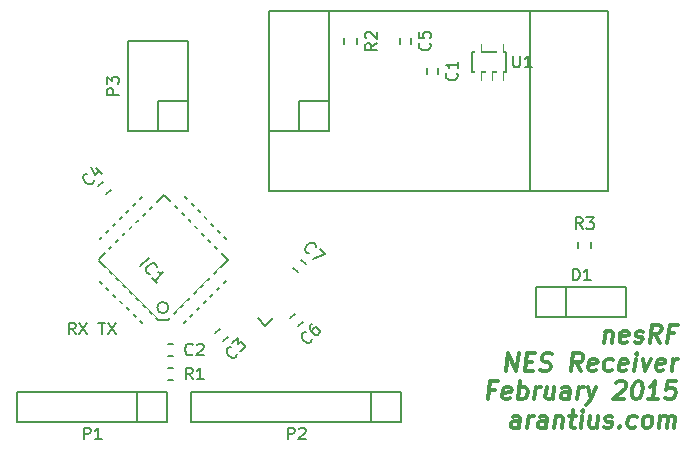
<source format=gto>
%FSLAX46Y46*%
G04 Gerber Fmt 4.6, Leading zero omitted, Abs format (unit mm)*
G04 Created by KiCad (PCBNEW (2014-10-27 BZR 5228)-product) date 2/21/2015 5:46:05 PM*
%MOMM*%
G01*
G04 APERTURE LIST*
%ADD10C,0.100000*%
%ADD11C,0.300000*%
%ADD12C,0.150000*%
%ADD13C,0.152400*%
%ADD14C,0.066040*%
%ADD15C,0.177800*%
%ADD16C,1.750000*%
%ADD17R,0.500000X0.600000*%
%ADD18R,0.600000X0.500000*%
%ADD19R,1.727200X2.032000*%
%ADD20O,1.727200X2.032000*%
%ADD21R,1.727200X1.727200*%
%ADD22O,1.727200X1.727200*%
%ADD23R,0.400000X0.600000*%
%ADD24R,0.600000X0.400000*%
%ADD25R,0.548640X1.198880*%
%ADD26C,1.727200*%
G04 APERTURE END LIST*
D10*
D11*
X52842715Y-28336571D02*
X52717715Y-29336571D01*
X52824857Y-28479429D02*
X52905214Y-28408000D01*
X53057001Y-28336571D01*
X53271286Y-28336571D01*
X53405214Y-28408000D01*
X53458786Y-28550857D01*
X53360572Y-29336571D01*
X54655214Y-29265143D02*
X54503429Y-29336571D01*
X54217715Y-29336571D01*
X54083786Y-29265143D01*
X54030214Y-29122286D01*
X54101643Y-28550857D01*
X54190929Y-28408000D01*
X54342715Y-28336571D01*
X54628429Y-28336571D01*
X54762357Y-28408000D01*
X54815929Y-28550857D01*
X54798072Y-28693714D01*
X54065929Y-28836571D01*
X55298071Y-29265143D02*
X55432000Y-29336571D01*
X55717715Y-29336571D01*
X55869500Y-29265143D01*
X55958785Y-29122286D01*
X55967714Y-29050857D01*
X55914143Y-28908000D01*
X55780215Y-28836571D01*
X55565929Y-28836571D01*
X55432000Y-28765143D01*
X55378428Y-28622286D01*
X55387357Y-28550857D01*
X55476643Y-28408000D01*
X55628429Y-28336571D01*
X55842715Y-28336571D01*
X55976643Y-28408000D01*
X57432001Y-29336571D02*
X57021286Y-28622286D01*
X56574858Y-29336571D02*
X56762358Y-27836571D01*
X57333786Y-27836571D01*
X57467715Y-27908000D01*
X57530214Y-27979429D01*
X57583786Y-28122286D01*
X57557001Y-28336571D01*
X57467714Y-28479429D01*
X57387358Y-28550857D01*
X57235571Y-28622286D01*
X56664143Y-28622286D01*
X58673072Y-28550857D02*
X58173072Y-28550857D01*
X58074858Y-29336571D02*
X58262358Y-27836571D01*
X58976644Y-27836571D01*
X44432002Y-31736571D02*
X44619502Y-30236571D01*
X45289145Y-31736571D01*
X45476645Y-30236571D01*
X46101645Y-30950857D02*
X46601645Y-30950857D01*
X46717717Y-31736571D02*
X46003431Y-31736571D01*
X46190931Y-30236571D01*
X46905217Y-30236571D01*
X47298073Y-31665143D02*
X47503431Y-31736571D01*
X47860574Y-31736571D01*
X48012359Y-31665143D01*
X48092717Y-31593714D01*
X48182002Y-31450857D01*
X48199859Y-31308000D01*
X48146288Y-31165143D01*
X48083788Y-31093714D01*
X47949859Y-31022286D01*
X47673074Y-30950857D01*
X47539144Y-30879429D01*
X47476645Y-30808000D01*
X47423073Y-30665143D01*
X47440930Y-30522286D01*
X47530216Y-30379429D01*
X47610573Y-30308000D01*
X47762360Y-30236571D01*
X48119502Y-30236571D01*
X48324859Y-30308000D01*
X50789145Y-31736571D02*
X50378430Y-31022286D01*
X49932002Y-31736571D02*
X50119502Y-30236571D01*
X50690930Y-30236571D01*
X50824859Y-30308000D01*
X50887358Y-30379429D01*
X50940930Y-30522286D01*
X50914145Y-30736571D01*
X50824858Y-30879429D01*
X50744502Y-30950857D01*
X50592715Y-31022286D01*
X50021287Y-31022286D01*
X52012358Y-31665143D02*
X51860573Y-31736571D01*
X51574859Y-31736571D01*
X51440930Y-31665143D01*
X51387358Y-31522286D01*
X51458787Y-30950857D01*
X51548073Y-30808000D01*
X51699859Y-30736571D01*
X51985573Y-30736571D01*
X52119501Y-30808000D01*
X52173073Y-30950857D01*
X52155216Y-31093714D01*
X51423073Y-31236571D01*
X53369501Y-31665143D02*
X53217716Y-31736571D01*
X52932002Y-31736571D01*
X52798072Y-31665143D01*
X52735573Y-31593714D01*
X52682001Y-31450857D01*
X52735572Y-31022286D01*
X52824858Y-30879429D01*
X52905215Y-30808000D01*
X53057002Y-30736571D01*
X53342716Y-30736571D01*
X53476644Y-30808000D01*
X54583786Y-31665143D02*
X54432001Y-31736571D01*
X54146287Y-31736571D01*
X54012358Y-31665143D01*
X53958786Y-31522286D01*
X54030215Y-30950857D01*
X54119501Y-30808000D01*
X54271287Y-30736571D01*
X54557001Y-30736571D01*
X54690929Y-30808000D01*
X54744501Y-30950857D01*
X54726644Y-31093714D01*
X53994501Y-31236571D01*
X55289144Y-31736571D02*
X55414144Y-30736571D01*
X55476644Y-30236571D02*
X55396286Y-30308000D01*
X55458786Y-30379429D01*
X55539143Y-30308000D01*
X55476644Y-30236571D01*
X55458786Y-30379429D01*
X55985573Y-30736571D02*
X56217716Y-31736571D01*
X56699858Y-30736571D01*
X57726643Y-31665143D02*
X57574858Y-31736571D01*
X57289144Y-31736571D01*
X57155215Y-31665143D01*
X57101643Y-31522286D01*
X57173072Y-30950857D01*
X57262358Y-30808000D01*
X57414144Y-30736571D01*
X57699858Y-30736571D01*
X57833786Y-30808000D01*
X57887358Y-30950857D01*
X57869501Y-31093714D01*
X57137358Y-31236571D01*
X58432001Y-31736571D02*
X58557001Y-30736571D01*
X58521286Y-31022286D02*
X58610571Y-30879429D01*
X58690929Y-30808000D01*
X58842715Y-30736571D01*
X58985572Y-30736571D01*
X43458789Y-33350857D02*
X42958789Y-33350857D01*
X42860575Y-34136571D02*
X43048075Y-32636571D01*
X43762361Y-32636571D01*
X44726645Y-34065143D02*
X44574860Y-34136571D01*
X44289146Y-34136571D01*
X44155217Y-34065143D01*
X44101645Y-33922286D01*
X44173074Y-33350857D01*
X44262360Y-33208000D01*
X44414146Y-33136571D01*
X44699860Y-33136571D01*
X44833788Y-33208000D01*
X44887360Y-33350857D01*
X44869503Y-33493714D01*
X44137360Y-33636571D01*
X45432003Y-34136571D02*
X45619503Y-32636571D01*
X45548074Y-33208000D02*
X45699860Y-33136571D01*
X45985574Y-33136571D01*
X46119502Y-33208000D01*
X46182002Y-33279429D01*
X46235574Y-33422286D01*
X46182003Y-33850857D01*
X46092717Y-33993714D01*
X46012359Y-34065143D01*
X45860574Y-34136571D01*
X45574860Y-34136571D01*
X45440931Y-34065143D01*
X46789146Y-34136571D02*
X46914146Y-33136571D01*
X46878431Y-33422286D02*
X46967716Y-33279429D01*
X47048074Y-33208000D01*
X47199860Y-33136571D01*
X47342717Y-33136571D01*
X48485574Y-33136571D02*
X48360574Y-34136571D01*
X47842717Y-33136571D02*
X47744502Y-33922286D01*
X47798073Y-34065143D01*
X47932003Y-34136571D01*
X48146288Y-34136571D01*
X48298073Y-34065143D01*
X48378431Y-33993714D01*
X49717717Y-34136571D02*
X49815931Y-33350857D01*
X49762359Y-33208000D01*
X49628431Y-33136571D01*
X49342717Y-33136571D01*
X49190931Y-33208000D01*
X49726645Y-34065143D02*
X49574860Y-34136571D01*
X49217717Y-34136571D01*
X49083788Y-34065143D01*
X49030216Y-33922286D01*
X49048073Y-33779429D01*
X49137360Y-33636571D01*
X49289145Y-33565143D01*
X49646288Y-33565143D01*
X49798074Y-33493714D01*
X50432003Y-34136571D02*
X50557003Y-33136571D01*
X50521288Y-33422286D02*
X50610573Y-33279429D01*
X50690931Y-33208000D01*
X50842717Y-33136571D01*
X50985574Y-33136571D01*
X51342717Y-33136571D02*
X51574860Y-34136571D01*
X52057002Y-33136571D02*
X51574860Y-34136571D01*
X51387359Y-34493714D01*
X51307002Y-34565143D01*
X51155217Y-34636571D01*
X53744501Y-32779429D02*
X53824859Y-32708000D01*
X53976645Y-32636571D01*
X54333788Y-32636571D01*
X54467716Y-32708000D01*
X54530216Y-32779429D01*
X54583787Y-32922286D01*
X54565930Y-33065143D01*
X54467716Y-33279429D01*
X53503431Y-34136571D01*
X54432002Y-34136571D01*
X55548073Y-32636571D02*
X55690930Y-32636571D01*
X55824858Y-32708000D01*
X55887358Y-32779429D01*
X55940930Y-32922286D01*
X55976644Y-33208000D01*
X55932001Y-33565143D01*
X55824859Y-33850857D01*
X55735573Y-33993714D01*
X55655215Y-34065143D01*
X55503430Y-34136571D01*
X55360573Y-34136571D01*
X55226644Y-34065143D01*
X55164144Y-33993714D01*
X55110573Y-33850857D01*
X55074858Y-33565143D01*
X55119501Y-33208000D01*
X55226644Y-32922286D01*
X55315929Y-32779429D01*
X55396287Y-32708000D01*
X55548073Y-32636571D01*
X57289144Y-34136571D02*
X56432001Y-34136571D01*
X56860573Y-34136571D02*
X57048073Y-32636571D01*
X56878430Y-32850857D01*
X56717715Y-32993714D01*
X56565929Y-33065143D01*
X58833787Y-32636571D02*
X58119501Y-32636571D01*
X57958786Y-33350857D01*
X58039143Y-33279429D01*
X58190929Y-33208000D01*
X58548072Y-33208000D01*
X58682000Y-33279429D01*
X58744501Y-33350857D01*
X58798072Y-33493714D01*
X58753429Y-33850857D01*
X58664144Y-33993714D01*
X58583786Y-34065143D01*
X58432001Y-34136571D01*
X58074858Y-34136571D01*
X57940929Y-34065143D01*
X57878429Y-33993714D01*
X45503428Y-36536571D02*
X45601642Y-35750857D01*
X45548070Y-35608000D01*
X45414142Y-35536571D01*
X45128428Y-35536571D01*
X44976642Y-35608000D01*
X45512356Y-36465143D02*
X45360571Y-36536571D01*
X45003428Y-36536571D01*
X44869499Y-36465143D01*
X44815927Y-36322286D01*
X44833784Y-36179429D01*
X44923071Y-36036571D01*
X45074856Y-35965143D01*
X45431999Y-35965143D01*
X45583785Y-35893714D01*
X46217714Y-36536571D02*
X46342714Y-35536571D01*
X46306999Y-35822286D02*
X46396284Y-35679429D01*
X46476642Y-35608000D01*
X46628428Y-35536571D01*
X46771285Y-35536571D01*
X47789142Y-36536571D02*
X47887356Y-35750857D01*
X47833784Y-35608000D01*
X47699856Y-35536571D01*
X47414142Y-35536571D01*
X47262356Y-35608000D01*
X47798070Y-36465143D02*
X47646285Y-36536571D01*
X47289142Y-36536571D01*
X47155213Y-36465143D01*
X47101641Y-36322286D01*
X47119498Y-36179429D01*
X47208785Y-36036571D01*
X47360570Y-35965143D01*
X47717713Y-35965143D01*
X47869499Y-35893714D01*
X48628428Y-35536571D02*
X48503428Y-36536571D01*
X48610570Y-35679429D02*
X48690927Y-35608000D01*
X48842714Y-35536571D01*
X49056999Y-35536571D01*
X49190927Y-35608000D01*
X49244499Y-35750857D01*
X49146285Y-36536571D01*
X49771285Y-35536571D02*
X50342714Y-35536571D01*
X50048071Y-35036571D02*
X49887356Y-36322286D01*
X49940927Y-36465143D01*
X50074857Y-36536571D01*
X50217714Y-36536571D01*
X50717714Y-36536571D02*
X50842714Y-35536571D01*
X50905214Y-35036571D02*
X50824856Y-35108000D01*
X50887356Y-35179429D01*
X50967713Y-35108000D01*
X50905214Y-35036571D01*
X50887356Y-35179429D01*
X52199857Y-35536571D02*
X52074857Y-36536571D01*
X51557000Y-35536571D02*
X51458785Y-36322286D01*
X51512356Y-36465143D01*
X51646286Y-36536571D01*
X51860571Y-36536571D01*
X52012356Y-36465143D01*
X52092714Y-36393714D01*
X52726642Y-36465143D02*
X52860571Y-36536571D01*
X53146286Y-36536571D01*
X53298071Y-36465143D01*
X53387356Y-36322286D01*
X53396285Y-36250857D01*
X53342714Y-36108000D01*
X53208786Y-36036571D01*
X52994500Y-36036571D01*
X52860571Y-35965143D01*
X52806999Y-35822286D01*
X52815928Y-35750857D01*
X52905214Y-35608000D01*
X53057000Y-35536571D01*
X53271286Y-35536571D01*
X53405214Y-35608000D01*
X54021286Y-36393714D02*
X54083785Y-36465143D01*
X54003429Y-36536571D01*
X53940928Y-36465143D01*
X54021286Y-36393714D01*
X54003429Y-36536571D01*
X55369500Y-36465143D02*
X55217715Y-36536571D01*
X54932001Y-36536571D01*
X54798071Y-36465143D01*
X54735572Y-36393714D01*
X54682000Y-36250857D01*
X54735571Y-35822286D01*
X54824857Y-35679429D01*
X54905214Y-35608000D01*
X55057001Y-35536571D01*
X55342715Y-35536571D01*
X55476643Y-35608000D01*
X56217715Y-36536571D02*
X56083785Y-36465143D01*
X56021286Y-36393714D01*
X55967714Y-36250857D01*
X56021285Y-35822286D01*
X56110571Y-35679429D01*
X56190928Y-35608000D01*
X56342715Y-35536571D01*
X56557000Y-35536571D01*
X56690928Y-35608000D01*
X56753428Y-35679429D01*
X56807000Y-35822286D01*
X56753429Y-36250857D01*
X56664143Y-36393714D01*
X56583785Y-36465143D01*
X56432000Y-36536571D01*
X56217715Y-36536571D01*
X57360572Y-36536571D02*
X57485572Y-35536571D01*
X57467714Y-35679429D02*
X57548071Y-35608000D01*
X57699858Y-35536571D01*
X57914143Y-35536571D01*
X58048071Y-35608000D01*
X58101643Y-35750857D01*
X58003429Y-36536571D01*
X58101643Y-35750857D02*
X58190929Y-35608000D01*
X58342715Y-35536571D01*
X58557000Y-35536571D01*
X58690929Y-35608000D01*
X58744500Y-35750857D01*
X58646286Y-36536571D01*
D12*
X38638500Y-6600000D02*
X38638500Y-6100000D01*
X37688500Y-6100000D02*
X37688500Y-6600000D01*
X16252000Y-29497000D02*
X15752000Y-29497000D01*
X15752000Y-30447000D02*
X16252000Y-30447000D01*
X20479099Y-29214652D02*
X20832652Y-28861099D01*
X20160901Y-28189348D02*
X19807348Y-28542901D01*
X10573099Y-16768652D02*
X10926652Y-16415099D01*
X10254901Y-15743348D02*
X9901348Y-16096901D01*
X36352500Y-4060000D02*
X36352500Y-3560000D01*
X35402500Y-3560000D02*
X35402500Y-4060000D01*
X26829099Y-27944652D02*
X27182652Y-27591099D01*
X26510901Y-26919348D02*
X26157348Y-27272901D01*
X26411348Y-23019099D02*
X26764901Y-23372652D01*
X27436652Y-22700901D02*
X27083099Y-22347348D01*
X49530000Y-27178000D02*
X54610000Y-27178000D01*
X54610000Y-27178000D02*
X54610000Y-24638000D01*
X54610000Y-24638000D02*
X49530000Y-24638000D01*
X46990000Y-24638000D02*
X49530000Y-24638000D01*
X49530000Y-24638000D02*
X49530000Y-27178000D01*
X46990000Y-24638000D02*
X46990000Y-27178000D01*
X46990000Y-27178000D02*
X49530000Y-27178000D01*
D13*
X13768514Y-16838123D02*
X14576737Y-17646346D01*
X9853123Y-20753514D02*
X10643385Y-21543777D01*
X13768514Y-16838123D02*
X9853123Y-20753514D01*
X16193184Y-17574504D02*
X16965486Y-16802202D01*
X20180417Y-21525816D02*
X20934759Y-20771475D01*
X20952719Y-20789435D02*
X16983446Y-16784241D01*
X13786475Y-27883838D02*
X9871083Y-24004367D01*
X15798052Y-27416864D02*
X20880877Y-22334039D01*
X9871083Y-23968446D02*
X10607464Y-23232065D01*
X14917987Y-27398904D02*
X9924965Y-22405882D01*
X15420882Y-16838123D02*
X9960886Y-22298118D01*
X20898838Y-22316079D02*
X15510684Y-16927925D01*
X16911604Y-27919759D02*
X20898838Y-23932525D01*
X20898838Y-23932525D02*
X20090615Y-23124302D01*
X15772908Y-27427641D02*
X14946724Y-27427641D01*
X16908012Y-27916167D02*
X16096197Y-27104352D01*
X14594698Y-27075615D02*
X13782883Y-27887430D01*
X15831878Y-26382339D02*
G75*
G03X15831878Y-26382339I-479246J0D01*
G01*
D12*
X13208000Y-36068000D02*
X3048000Y-36068000D01*
X3048000Y-36068000D02*
X3048000Y-33528000D01*
X3048000Y-33528000D02*
X13208000Y-33528000D01*
X15748000Y-36068000D02*
X13208000Y-36068000D01*
X13208000Y-36068000D02*
X13208000Y-33528000D01*
X15748000Y-36068000D02*
X15748000Y-33528000D01*
X15748000Y-33528000D02*
X13208000Y-33528000D01*
X33020000Y-36068000D02*
X17780000Y-36068000D01*
X17780000Y-36068000D02*
X17780000Y-33528000D01*
X17780000Y-33528000D02*
X33020000Y-33528000D01*
X35560000Y-36068000D02*
X33020000Y-36068000D01*
X33020000Y-36068000D02*
X33020000Y-33528000D01*
X35560000Y-36068000D02*
X35560000Y-33528000D01*
X35560000Y-33528000D02*
X33020000Y-33528000D01*
X14986000Y-11430000D02*
X14986000Y-8890000D01*
X14986000Y-8890000D02*
X17526000Y-8890000D01*
X17526000Y-11430000D02*
X17526000Y-3810000D01*
X17526000Y-3810000D02*
X12446000Y-3810000D01*
X12446000Y-3810000D02*
X12446000Y-8890000D01*
X17526000Y-11430000D02*
X14986000Y-11430000D01*
X12446000Y-11430000D02*
X14986000Y-11430000D01*
X12446000Y-8890000D02*
X12446000Y-11430000D01*
X16252000Y-31479000D02*
X15752000Y-31479000D01*
X15752000Y-32529000D02*
X16252000Y-32529000D01*
X31767000Y-4060000D02*
X31767000Y-3560000D01*
X30717000Y-3560000D02*
X30717000Y-4060000D01*
X50529000Y-20832000D02*
X50529000Y-21332000D01*
X51579000Y-21332000D02*
X51579000Y-20832000D01*
D14*
X41790620Y-7086600D02*
X42291000Y-7086600D01*
X42291000Y-7086600D02*
X42291000Y-6436360D01*
X41790620Y-6436360D02*
X42291000Y-6436360D01*
X41790620Y-7086600D02*
X41790620Y-6436360D01*
X42740580Y-7086600D02*
X43238420Y-7086600D01*
X43238420Y-7086600D02*
X43238420Y-6436360D01*
X42740580Y-6436360D02*
X43238420Y-6436360D01*
X42740580Y-7086600D02*
X42740580Y-6436360D01*
X43688000Y-7086600D02*
X44188380Y-7086600D01*
X44188380Y-7086600D02*
X44188380Y-6436360D01*
X43688000Y-6436360D02*
X44188380Y-6436360D01*
X43688000Y-7086600D02*
X43688000Y-6436360D01*
X43688000Y-4739640D02*
X44188380Y-4739640D01*
X44188380Y-4739640D02*
X44188380Y-4089400D01*
X43688000Y-4089400D02*
X44188380Y-4089400D01*
X43688000Y-4739640D02*
X43688000Y-4089400D01*
X41790620Y-4739640D02*
X42291000Y-4739640D01*
X42291000Y-4739640D02*
X42291000Y-4089400D01*
X41790620Y-4089400D02*
X42291000Y-4089400D01*
X41790620Y-4739640D02*
X41790620Y-4089400D01*
D15*
X44411900Y-4777740D02*
X44411900Y-6398260D01*
X44411900Y-6398260D02*
X41567100Y-6398260D01*
X41567100Y-6398260D02*
X41567100Y-4777740D01*
X41567100Y-4777740D02*
X44411900Y-4777740D01*
X42468800Y-4777740D02*
X43510200Y-4777740D01*
X42562780Y-6398260D02*
X42468800Y-6398260D01*
X43510200Y-6398260D02*
X43416220Y-6398260D01*
X41663620Y-6398260D02*
X41567100Y-6398260D01*
X44411900Y-6398260D02*
X44315380Y-6398260D01*
X44315380Y-4777740D02*
X44411900Y-4777740D01*
X41567100Y-4777740D02*
X41663620Y-4777740D01*
D12*
X24666843Y-27267320D02*
X24030447Y-27903716D01*
X23394051Y-27267320D02*
X24030447Y-27903716D01*
X46482000Y-1270000D02*
X46482000Y-16510000D01*
X24384000Y-16510000D02*
X53086000Y-16510000D01*
X53086000Y-16510000D02*
X53086000Y-1270000D01*
X53086000Y-1270000D02*
X29464000Y-1270000D01*
X24384000Y-11430000D02*
X24384000Y-16510000D01*
X29464000Y-8890000D02*
X29464000Y-1270000D01*
X29464000Y-1270000D02*
X24384000Y-1270000D01*
X24384000Y-1270000D02*
X24384000Y-11430000D01*
X24384000Y-11430000D02*
X26924000Y-11430000D01*
X29464000Y-11430000D02*
X29464000Y-8890000D01*
X26924000Y-11430000D02*
X26924000Y-8890000D01*
X26924000Y-8890000D02*
X29464000Y-8890000D01*
X29464000Y-11430000D02*
X26924000Y-11430000D01*
X7961334Y-28646381D02*
X7628000Y-28170190D01*
X7389905Y-28646381D02*
X7389905Y-27646381D01*
X7770858Y-27646381D01*
X7866096Y-27694000D01*
X7913715Y-27741619D01*
X7961334Y-27836857D01*
X7961334Y-27979714D01*
X7913715Y-28074952D01*
X7866096Y-28122571D01*
X7770858Y-28170190D01*
X7389905Y-28170190D01*
X8294667Y-27646381D02*
X8961334Y-28646381D01*
X8961334Y-27646381D02*
X8294667Y-28646381D01*
X40220643Y-6516666D02*
X40268262Y-6564285D01*
X40315881Y-6707142D01*
X40315881Y-6802380D01*
X40268262Y-6945238D01*
X40173024Y-7040476D01*
X40077786Y-7088095D01*
X39887310Y-7135714D01*
X39744452Y-7135714D01*
X39553976Y-7088095D01*
X39458738Y-7040476D01*
X39363500Y-6945238D01*
X39315881Y-6802380D01*
X39315881Y-6707142D01*
X39363500Y-6564285D01*
X39411119Y-6516666D01*
X40315881Y-5564285D02*
X40315881Y-6135714D01*
X40315881Y-5850000D02*
X39315881Y-5850000D01*
X39458738Y-5945238D01*
X39553976Y-6040476D01*
X39601595Y-6135714D01*
X17867334Y-30329143D02*
X17819715Y-30376762D01*
X17676858Y-30424381D01*
X17581620Y-30424381D01*
X17438762Y-30376762D01*
X17343524Y-30281524D01*
X17295905Y-30186286D01*
X17248286Y-29995810D01*
X17248286Y-29852952D01*
X17295905Y-29662476D01*
X17343524Y-29567238D01*
X17438762Y-29472000D01*
X17581620Y-29424381D01*
X17676858Y-29424381D01*
X17819715Y-29472000D01*
X17867334Y-29519619D01*
X18248286Y-29519619D02*
X18295905Y-29472000D01*
X18391143Y-29424381D01*
X18629239Y-29424381D01*
X18724477Y-29472000D01*
X18772096Y-29519619D01*
X18819715Y-29614857D01*
X18819715Y-29710095D01*
X18772096Y-29852952D01*
X18200667Y-30424381D01*
X18819715Y-30424381D01*
X21656770Y-30274471D02*
X21656770Y-30341814D01*
X21589426Y-30476501D01*
X21522083Y-30543845D01*
X21387395Y-30611189D01*
X21252708Y-30611189D01*
X21151693Y-30577517D01*
X20983335Y-30476502D01*
X20882319Y-30375486D01*
X20781304Y-30207127D01*
X20747632Y-30106112D01*
X20747632Y-29971425D01*
X20814976Y-29836738D01*
X20882319Y-29769394D01*
X21017006Y-29702051D01*
X21084350Y-29702051D01*
X21252708Y-29399006D02*
X21690441Y-28961272D01*
X21724112Y-29466349D01*
X21825128Y-29365333D01*
X21926143Y-29331661D01*
X21993487Y-29331661D01*
X22094503Y-29365334D01*
X22262861Y-29533692D01*
X22296533Y-29634708D01*
X22296533Y-29702051D01*
X22262861Y-29803066D01*
X22060830Y-30005097D01*
X21959815Y-30038769D01*
X21892472Y-30038769D01*
X9532688Y-15610389D02*
X9532688Y-15677732D01*
X9465344Y-15812419D01*
X9398001Y-15879763D01*
X9263313Y-15947107D01*
X9128626Y-15947107D01*
X9027611Y-15913435D01*
X8859253Y-15812420D01*
X8758237Y-15711404D01*
X8657222Y-15543045D01*
X8623550Y-15442030D01*
X8623550Y-15307343D01*
X8690894Y-15172656D01*
X8758237Y-15105312D01*
X8892924Y-15037969D01*
X8960268Y-15037969D01*
X9734718Y-14600236D02*
X10206123Y-15071641D01*
X9296985Y-14499222D02*
X9633703Y-15172657D01*
X10071436Y-14734924D01*
X37934643Y-3976666D02*
X37982262Y-4024285D01*
X38029881Y-4167142D01*
X38029881Y-4262380D01*
X37982262Y-4405238D01*
X37887024Y-4500476D01*
X37791786Y-4548095D01*
X37601310Y-4595714D01*
X37458452Y-4595714D01*
X37267976Y-4548095D01*
X37172738Y-4500476D01*
X37077500Y-4405238D01*
X37029881Y-4262380D01*
X37029881Y-4167142D01*
X37077500Y-4024285D01*
X37125119Y-3976666D01*
X37029881Y-3071904D02*
X37029881Y-3548095D01*
X37506071Y-3595714D01*
X37458452Y-3548095D01*
X37410833Y-3452857D01*
X37410833Y-3214761D01*
X37458452Y-3119523D01*
X37506071Y-3071904D01*
X37601310Y-3024285D01*
X37839405Y-3024285D01*
X37934643Y-3071904D01*
X37982262Y-3119523D01*
X38029881Y-3214761D01*
X38029881Y-3452857D01*
X37982262Y-3548095D01*
X37934643Y-3595714D01*
X28006770Y-29004471D02*
X28006770Y-29071814D01*
X27939426Y-29206501D01*
X27872083Y-29273845D01*
X27737395Y-29341189D01*
X27602708Y-29341189D01*
X27501693Y-29307517D01*
X27333335Y-29206502D01*
X27232319Y-29105486D01*
X27131304Y-28937127D01*
X27097632Y-28836112D01*
X27097632Y-28701425D01*
X27164976Y-28566738D01*
X27232319Y-28499394D01*
X27367006Y-28432051D01*
X27434350Y-28432051D01*
X27973098Y-27758616D02*
X27838410Y-27893304D01*
X27804739Y-27994319D01*
X27804739Y-28061662D01*
X27838410Y-28230021D01*
X27939425Y-28398379D01*
X28208800Y-28667754D01*
X28309815Y-28701425D01*
X28377158Y-28701425D01*
X28478174Y-28667754D01*
X28612861Y-28533066D01*
X28646533Y-28432051D01*
X28646533Y-28364708D01*
X28612861Y-28263692D01*
X28444503Y-28095334D01*
X28343487Y-28061661D01*
X28276143Y-28061661D01*
X28175128Y-28095333D01*
X28040441Y-28230021D01*
X28006769Y-28331036D01*
X28006769Y-28398379D01*
X28040441Y-28499395D01*
X27755693Y-21792606D02*
X27688350Y-21792606D01*
X27553663Y-21725262D01*
X27486319Y-21657919D01*
X27418975Y-21523231D01*
X27418975Y-21388544D01*
X27452647Y-21287529D01*
X27553662Y-21119171D01*
X27654678Y-21018155D01*
X27823037Y-20917140D01*
X27924052Y-20883468D01*
X28058739Y-20883468D01*
X28193426Y-20950812D01*
X28260770Y-21018155D01*
X28328113Y-21152842D01*
X28328113Y-21220186D01*
X28631158Y-21388544D02*
X29102563Y-21859949D01*
X28092410Y-22264010D01*
X50061905Y-24074381D02*
X50061905Y-23074381D01*
X50300000Y-23074381D01*
X50442858Y-23122000D01*
X50538096Y-23217238D01*
X50585715Y-23312476D01*
X50633334Y-23502952D01*
X50633334Y-23645810D01*
X50585715Y-23836286D01*
X50538096Y-23931524D01*
X50442858Y-24026762D01*
X50300000Y-24074381D01*
X50061905Y-24074381D01*
X51585715Y-24074381D02*
X51014286Y-24074381D01*
X51300000Y-24074381D02*
X51300000Y-23074381D01*
X51204762Y-23217238D01*
X51109524Y-23312476D01*
X51014286Y-23360095D01*
X13458822Y-22879637D02*
X14165929Y-22172530D01*
X14266944Y-23553072D02*
X14199600Y-23553072D01*
X14064913Y-23485729D01*
X13997570Y-23418385D01*
X13930226Y-23283698D01*
X13930226Y-23149011D01*
X13963898Y-23047996D01*
X14064913Y-22879637D01*
X14165929Y-22778621D01*
X14334287Y-22677606D01*
X14435302Y-22643934D01*
X14569989Y-22643934D01*
X14704677Y-22711279D01*
X14772020Y-22778622D01*
X14839364Y-22913309D01*
X14839364Y-22980652D01*
X14873035Y-24293851D02*
X14468974Y-23889789D01*
X14671004Y-24091820D02*
X15378111Y-23384713D01*
X15209752Y-23418385D01*
X15075066Y-23418385D01*
X14974050Y-23384713D01*
X8659905Y-37536381D02*
X8659905Y-36536381D01*
X9040858Y-36536381D01*
X9136096Y-36584000D01*
X9183715Y-36631619D01*
X9231334Y-36726857D01*
X9231334Y-36869714D01*
X9183715Y-36964952D01*
X9136096Y-37012571D01*
X9040858Y-37060190D01*
X8659905Y-37060190D01*
X10183715Y-37536381D02*
X9612286Y-37536381D01*
X9898000Y-37536381D02*
X9898000Y-36536381D01*
X9802762Y-36679238D01*
X9707524Y-36774476D01*
X9612286Y-36822095D01*
X25931905Y-37536381D02*
X25931905Y-36536381D01*
X26312858Y-36536381D01*
X26408096Y-36584000D01*
X26455715Y-36631619D01*
X26503334Y-36726857D01*
X26503334Y-36869714D01*
X26455715Y-36964952D01*
X26408096Y-37012571D01*
X26312858Y-37060190D01*
X25931905Y-37060190D01*
X26884286Y-36631619D02*
X26931905Y-36584000D01*
X27027143Y-36536381D01*
X27265239Y-36536381D01*
X27360477Y-36584000D01*
X27408096Y-36631619D01*
X27455715Y-36726857D01*
X27455715Y-36822095D01*
X27408096Y-36964952D01*
X26836667Y-37536381D01*
X27455715Y-37536381D01*
X11628381Y-8358095D02*
X10628381Y-8358095D01*
X10628381Y-7977142D01*
X10676000Y-7881904D01*
X10723619Y-7834285D01*
X10818857Y-7786666D01*
X10961714Y-7786666D01*
X11056952Y-7834285D01*
X11104571Y-7881904D01*
X11152190Y-7977142D01*
X11152190Y-8358095D01*
X10628381Y-7453333D02*
X10628381Y-6834285D01*
X11009333Y-7167619D01*
X11009333Y-7024761D01*
X11056952Y-6929523D01*
X11104571Y-6881904D01*
X11199810Y-6834285D01*
X11437905Y-6834285D01*
X11533143Y-6881904D01*
X11580762Y-6929523D01*
X11628381Y-7024761D01*
X11628381Y-7310476D01*
X11580762Y-7405714D01*
X11533143Y-7453333D01*
X17867334Y-32456381D02*
X17534000Y-31980190D01*
X17295905Y-32456381D02*
X17295905Y-31456381D01*
X17676858Y-31456381D01*
X17772096Y-31504000D01*
X17819715Y-31551619D01*
X17867334Y-31646857D01*
X17867334Y-31789714D01*
X17819715Y-31884952D01*
X17772096Y-31932571D01*
X17676858Y-31980190D01*
X17295905Y-31980190D01*
X18819715Y-32456381D02*
X18248286Y-32456381D01*
X18534000Y-32456381D02*
X18534000Y-31456381D01*
X18438762Y-31599238D01*
X18343524Y-31694476D01*
X18248286Y-31742095D01*
X33494381Y-3976666D02*
X33018190Y-4310000D01*
X33494381Y-4548095D02*
X32494381Y-4548095D01*
X32494381Y-4167142D01*
X32542000Y-4071904D01*
X32589619Y-4024285D01*
X32684857Y-3976666D01*
X32827714Y-3976666D01*
X32922952Y-4024285D01*
X32970571Y-4071904D01*
X33018190Y-4167142D01*
X33018190Y-4548095D01*
X32589619Y-3595714D02*
X32542000Y-3548095D01*
X32494381Y-3452857D01*
X32494381Y-3214761D01*
X32542000Y-3119523D01*
X32589619Y-3071904D01*
X32684857Y-3024285D01*
X32780095Y-3024285D01*
X32922952Y-3071904D01*
X33494381Y-3643333D01*
X33494381Y-3024285D01*
X50887334Y-19734381D02*
X50554000Y-19258190D01*
X50315905Y-19734381D02*
X50315905Y-18734381D01*
X50696858Y-18734381D01*
X50792096Y-18782000D01*
X50839715Y-18829619D01*
X50887334Y-18924857D01*
X50887334Y-19067714D01*
X50839715Y-19162952D01*
X50792096Y-19210571D01*
X50696858Y-19258190D01*
X50315905Y-19258190D01*
X51220667Y-18734381D02*
X51839715Y-18734381D01*
X51506381Y-19115333D01*
X51649239Y-19115333D01*
X51744477Y-19162952D01*
X51792096Y-19210571D01*
X51839715Y-19305810D01*
X51839715Y-19543905D01*
X51792096Y-19639143D01*
X51744477Y-19686762D01*
X51649239Y-19734381D01*
X51363524Y-19734381D01*
X51268286Y-19686762D01*
X51220667Y-19639143D01*
X45021595Y-5040381D02*
X45021595Y-5849905D01*
X45069214Y-5945143D01*
X45116833Y-5992762D01*
X45212071Y-6040381D01*
X45402548Y-6040381D01*
X45497786Y-5992762D01*
X45545405Y-5945143D01*
X45593024Y-5849905D01*
X45593024Y-5040381D01*
X46593024Y-6040381D02*
X46021595Y-6040381D01*
X46307309Y-6040381D02*
X46307309Y-5040381D01*
X46212071Y-5183238D01*
X46116833Y-5278476D01*
X46021595Y-5326095D01*
X9906095Y-27646381D02*
X10477524Y-27646381D01*
X10191809Y-28646381D02*
X10191809Y-27646381D01*
X10715619Y-27646381D02*
X11382286Y-28646381D01*
X11382286Y-27646381D02*
X10715619Y-28646381D01*
%LPC*%
D16*
X8255000Y-30480000D03*
D17*
X38163500Y-5800000D03*
X38163500Y-6900000D03*
D18*
X15452000Y-29972000D03*
X16552000Y-29972000D03*
D10*
G36*
X20744264Y-27924182D02*
X21097818Y-28277736D01*
X20673554Y-28702000D01*
X20320000Y-28348446D01*
X20744264Y-27924182D01*
X20744264Y-27924182D01*
G37*
G36*
X19966446Y-28702000D02*
X20320000Y-29055554D01*
X19895736Y-29479818D01*
X19542182Y-29126264D01*
X19966446Y-28702000D01*
X19966446Y-28702000D01*
G37*
G36*
X10838264Y-15478182D02*
X11191818Y-15831736D01*
X10767554Y-16256000D01*
X10414000Y-15902446D01*
X10838264Y-15478182D01*
X10838264Y-15478182D01*
G37*
G36*
X10060446Y-16256000D02*
X10414000Y-16609554D01*
X9989736Y-17033818D01*
X9636182Y-16680264D01*
X10060446Y-16256000D01*
X10060446Y-16256000D01*
G37*
D17*
X35877500Y-3260000D03*
X35877500Y-4360000D03*
D10*
G36*
X27094264Y-26654182D02*
X27447818Y-27007736D01*
X27023554Y-27432000D01*
X26670000Y-27078446D01*
X27094264Y-26654182D01*
X27094264Y-26654182D01*
G37*
G36*
X26316446Y-27432000D02*
X26670000Y-27785554D01*
X26245736Y-28209818D01*
X25892182Y-27856264D01*
X26316446Y-27432000D01*
X26316446Y-27432000D01*
G37*
G36*
X27701818Y-23284264D02*
X27348264Y-23637818D01*
X26924000Y-23213554D01*
X27277554Y-22860000D01*
X27701818Y-23284264D01*
X27701818Y-23284264D01*
G37*
G36*
X26924000Y-22506446D02*
X26570446Y-22860000D01*
X26146182Y-22435736D01*
X26499736Y-22082182D01*
X26924000Y-22506446D01*
X26924000Y-22506446D01*
G37*
D19*
X48260000Y-25908000D03*
D20*
X51054000Y-25908000D03*
X53340000Y-25908000D03*
D10*
G36*
X21601094Y-24342025D02*
X21283193Y-24659926D01*
X19869700Y-23246433D01*
X20187601Y-22928532D01*
X21601094Y-24342025D01*
X21601094Y-24342025D01*
G37*
G36*
X21035338Y-24907781D02*
X20717437Y-25225682D01*
X19303944Y-23812189D01*
X19621845Y-23494288D01*
X21035338Y-24907781D01*
X21035338Y-24907781D01*
G37*
G36*
X20469582Y-25473537D02*
X20151681Y-25791438D01*
X18738188Y-24377945D01*
X19056089Y-24060044D01*
X20469582Y-25473537D01*
X20469582Y-25473537D01*
G37*
G36*
X19903826Y-26039294D02*
X19585925Y-26357195D01*
X18172432Y-24943702D01*
X18490333Y-24625801D01*
X19903826Y-26039294D01*
X19903826Y-26039294D01*
G37*
G36*
X19338070Y-26605050D02*
X19020169Y-26922951D01*
X17606676Y-25509458D01*
X17924577Y-25191557D01*
X19338070Y-26605050D01*
X19338070Y-26605050D01*
G37*
G36*
X18772313Y-27170806D02*
X18454412Y-27488707D01*
X17040919Y-26075214D01*
X17358820Y-25757313D01*
X18772313Y-27170806D01*
X18772313Y-27170806D01*
G37*
G36*
X18206557Y-27736562D02*
X17888656Y-28054463D01*
X16475163Y-26640970D01*
X16793064Y-26323069D01*
X18206557Y-27736562D01*
X18206557Y-27736562D01*
G37*
G36*
X17640801Y-28302318D02*
X17322900Y-28620219D01*
X15909407Y-27206726D01*
X16227308Y-26888825D01*
X17640801Y-28302318D01*
X17640801Y-28302318D01*
G37*
G36*
X10880464Y-21534797D02*
X10562563Y-21852698D01*
X9149070Y-20439205D01*
X9466971Y-20121304D01*
X10880464Y-21534797D01*
X10880464Y-21534797D01*
G37*
G36*
X14849738Y-17565524D02*
X14531837Y-17883425D01*
X13118344Y-16469932D01*
X13436245Y-16152031D01*
X14849738Y-17565524D01*
X14849738Y-17565524D01*
G37*
G36*
X14275001Y-18140260D02*
X13957100Y-18458161D01*
X12543607Y-17044668D01*
X12861508Y-16726767D01*
X14275001Y-18140260D01*
X14275001Y-18140260D01*
G37*
G36*
X13700265Y-18714997D02*
X13382364Y-19032898D01*
X11968871Y-17619405D01*
X12286772Y-17301504D01*
X13700265Y-18714997D01*
X13700265Y-18714997D01*
G37*
G36*
X13143489Y-19271773D02*
X12825588Y-19589674D01*
X11412095Y-18176181D01*
X11729996Y-17858280D01*
X13143489Y-19271773D01*
X13143489Y-19271773D01*
G37*
G36*
X12568753Y-19846509D02*
X12250852Y-20164410D01*
X10837359Y-18750917D01*
X11155260Y-18433016D01*
X12568753Y-19846509D01*
X12568753Y-19846509D01*
G37*
G36*
X12011977Y-20403285D02*
X11694076Y-20721186D01*
X10280583Y-19307693D01*
X10598484Y-18989792D01*
X12011977Y-20403285D01*
X12011977Y-20403285D01*
G37*
G36*
X11437240Y-20978021D02*
X11119339Y-21295922D01*
X9705846Y-19882429D01*
X10023747Y-19564528D01*
X11437240Y-20978021D01*
X11437240Y-20978021D01*
G37*
G36*
X14817409Y-27213910D02*
X13403916Y-28627403D01*
X13086015Y-28309502D01*
X14499508Y-26896009D01*
X14817409Y-27213910D01*
X14817409Y-27213910D01*
G37*
G36*
X14253449Y-26649950D02*
X12839956Y-28063443D01*
X12522055Y-27745542D01*
X13935548Y-26332049D01*
X14253449Y-26649950D01*
X14253449Y-26649950D01*
G37*
G36*
X13685896Y-26082398D02*
X12272403Y-27495891D01*
X11954502Y-27177990D01*
X13367995Y-25764497D01*
X13685896Y-26082398D01*
X13685896Y-26082398D01*
G37*
G36*
X13121936Y-25518438D02*
X11708443Y-26931931D01*
X11390542Y-26614030D01*
X12804035Y-25200537D01*
X13121936Y-25518438D01*
X13121936Y-25518438D01*
G37*
G36*
X12554384Y-24950886D02*
X11140891Y-26364379D01*
X10822990Y-26046478D01*
X12236483Y-24632985D01*
X12554384Y-24950886D01*
X12554384Y-24950886D01*
G37*
G36*
X11990424Y-24386926D02*
X10576931Y-25800419D01*
X10259030Y-25482518D01*
X11672523Y-24069025D01*
X11990424Y-24386926D01*
X11990424Y-24386926D01*
G37*
G36*
X11422872Y-23819373D02*
X10009379Y-25232866D01*
X9691478Y-24914965D01*
X11104971Y-23501472D01*
X11422872Y-23819373D01*
X11422872Y-23819373D01*
G37*
G36*
X10858912Y-23255413D02*
X9445419Y-24668906D01*
X9127518Y-24351005D01*
X10541011Y-22937512D01*
X10858912Y-23255413D01*
X10858912Y-23255413D01*
G37*
G36*
X21602890Y-20421245D02*
X20189397Y-21834738D01*
X19871496Y-21516837D01*
X21284989Y-20103344D01*
X21602890Y-20421245D01*
X21602890Y-20421245D01*
G37*
G36*
X21046114Y-19864469D02*
X19632621Y-21277962D01*
X19314720Y-20960061D01*
X20728213Y-19546568D01*
X21046114Y-19864469D01*
X21046114Y-19864469D01*
G37*
G36*
X20471378Y-19289732D02*
X19057885Y-20703225D01*
X18739984Y-20385324D01*
X20153477Y-18971831D01*
X20471378Y-19289732D01*
X20471378Y-19289732D01*
G37*
G36*
X19914602Y-18732956D02*
X18501109Y-20146449D01*
X18183208Y-19828548D01*
X19596701Y-18415055D01*
X19914602Y-18732956D01*
X19914602Y-18732956D01*
G37*
G36*
X19357826Y-18176181D02*
X17944333Y-19589674D01*
X17626432Y-19271773D01*
X19039925Y-17858280D01*
X19357826Y-18176181D01*
X19357826Y-18176181D01*
G37*
G36*
X18783090Y-17601444D02*
X17369597Y-19014937D01*
X17051696Y-18697036D01*
X18465189Y-17283543D01*
X18783090Y-17601444D01*
X18783090Y-17601444D01*
G37*
G36*
X18208353Y-17026708D02*
X16794860Y-18440201D01*
X16476959Y-18122300D01*
X17890452Y-16708807D01*
X18208353Y-17026708D01*
X18208353Y-17026708D01*
G37*
G36*
X17633617Y-16451971D02*
X16220124Y-17865464D01*
X15902223Y-17547563D01*
X17315716Y-16134070D01*
X17633617Y-16451971D01*
X17633617Y-16451971D01*
G37*
D19*
X14478000Y-34798000D03*
D20*
X11938000Y-34798000D03*
X9398000Y-34798000D03*
X6858000Y-34798000D03*
X4318000Y-34798000D03*
D19*
X34290000Y-34798000D03*
D20*
X31750000Y-34798000D03*
X29210000Y-34798000D03*
X26670000Y-34798000D03*
X24130000Y-34798000D03*
X21590000Y-34798000D03*
X19050000Y-34798000D03*
D21*
X16256000Y-10160000D03*
D22*
X13716000Y-10160000D03*
X16256000Y-7620000D03*
X13716000Y-7620000D03*
X16256000Y-5080000D03*
X13716000Y-5080000D03*
D23*
X15552000Y-32004000D03*
X16452000Y-32004000D03*
D24*
X31242000Y-3360000D03*
X31242000Y-4260000D03*
X51054000Y-21532000D03*
X51054000Y-20632000D03*
D25*
X42039540Y-6885940D03*
X42989500Y-6885940D03*
X43939460Y-6885940D03*
X43939460Y-4290060D03*
X42039540Y-4290060D03*
D10*
G36*
X25621437Y-25817751D02*
X24843620Y-25039934D01*
X25833569Y-24049985D01*
X26611386Y-24827802D01*
X25621437Y-25817751D01*
X25621437Y-25817751D01*
G37*
G36*
X24490066Y-24686380D02*
X23712249Y-23908563D01*
X24702198Y-22918614D01*
X25480015Y-23696431D01*
X24490066Y-24686380D01*
X24490066Y-24686380D01*
G37*
G36*
X22934431Y-26242015D02*
X22156614Y-25464198D01*
X23146563Y-24474249D01*
X23924380Y-25252066D01*
X22934431Y-26242015D01*
X22934431Y-26242015D01*
G37*
G36*
X24065802Y-27373386D02*
X23287985Y-26595569D01*
X24277934Y-25605620D01*
X25055751Y-26383437D01*
X24065802Y-27373386D01*
X24065802Y-27373386D01*
G37*
D26*
X28194000Y-10160000D03*
D22*
X25654000Y-10160000D03*
X28194000Y-7620000D03*
X25654000Y-7620000D03*
X28194000Y-5080000D03*
X25654000Y-5080000D03*
X28194000Y-2540000D03*
X25654000Y-2540000D03*
D16*
X10795000Y-30480000D03*
M02*

</source>
